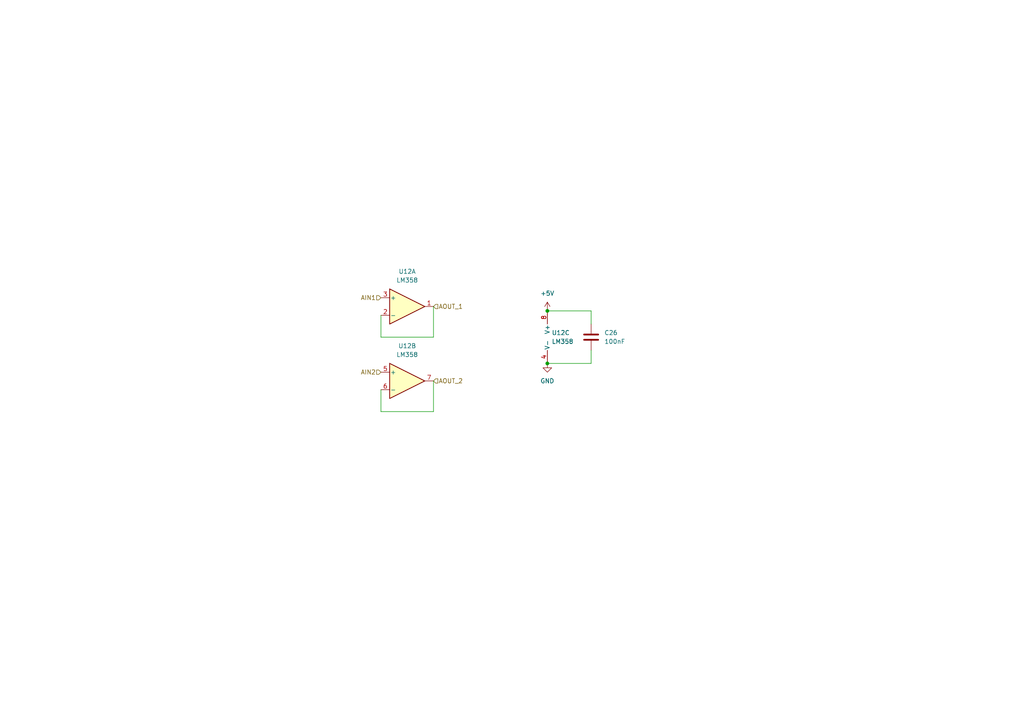
<source format=kicad_sch>
(kicad_sch (version 20250114) (generator "eeschema") (generator_version "9.0")
  (paper "A4")
  (lib_symbols
    (symbol "Amplifier_Operational:LM358" (pin_names (offset 0.127))
      (property "Reference" "U" (at 0 5.08 0))
      (property "Value" "LM358" (at 0 -5.08 0))
      (symbol "LM358_1_1"
        (polyline (pts (xy -5.08 5.08) (xy 5.08 0) (xy -5.08 -5.08) (xy -5.08 5.08)) (stroke (width 0.254)) (fill (type background)))
        (pin input line (at -7.62 2.54 0) (length 2.54) (name "+") (number "3"))
        (pin input line (at -7.62 -2.54 0) (length 2.54) (name "-") (number "2"))
        (pin output line (at 7.62 0 180) (length 2.54) (name "~") (number "1"))
      )
      (symbol "LM358_2_1"
        (polyline (pts (xy -5.08 5.08) (xy 5.08 0) (xy -5.08 -5.08) (xy -5.08 5.08)) (stroke (width 0.254)) (fill (type background)))
        (pin input line (at -7.62 2.54 0) (length 2.54) (name "+") (number "5"))
        (pin input line (at -7.62 -2.54 0) (length 2.54) (name "-") (number "6"))
        (pin output line (at 7.62 0 180) (length 2.54) (name "~") (number "7"))
      )
      (symbol "LM358_3_1"
        (pin power_in line (at -2.54 7.62 270) (length 3.81) (name "V+") (number "8"))
        (pin power_in line (at -2.54 -7.62 90) (length 3.81) (name "V-") (number "4"))
      )
    )
    (symbol "Device:C" (pin_numbers (hide yes)) (pin_names (offset 0.254))
      (property "Reference" "C" (at 0.635 2.54 0))
      (property "Value" "C" (at 0.635 -2.54 0))
      (symbol "C_0_1"
        (polyline (pts (xy -2.032 0.762) (xy 2.032 0.762)) (stroke (width 0.508)))
        (polyline (pts (xy -2.032 -0.762) (xy 2.032 -0.762)) (stroke (width 0.508)))
      )
      (symbol "C_1_1"
        (pin passive line (at 0 3.81 270) (length 2.794) (name "~") (number "1"))
        (pin passive line (at 0 -3.81 90) (length 2.794) (name "~") (number "2"))
      )
    )
    (symbol "power:+5V" (power) (pin_numbers (hide yes)) (pin_names (offset 0) (hide yes))
      (property "Value" "+5V" (at 0 3.556 0))
      (symbol "+5V_0_1"
        (polyline (pts (xy -0.762 1.27) (xy 0 2.54)))
        (polyline (pts (xy 0 2.54) (xy 0.762 1.27)))
        (polyline (pts (xy 0 0) (xy 0 2.54)))
      )
      (symbol "+5V_1_1"
        (pin power_in line (at 0 0 90) (length 0) (name "~") (number "1"))
      )
    )
    (symbol "power:GND" (power) (pin_numbers (hide yes)) (pin_names (offset 0) (hide yes))
      (property "Value" "GND" (at 0 -3.81 0))
      (symbol "GND_0_1"
        (polyline (pts (xy 0 0) (xy 0 -1.27) (xy 1.27 -1.27) (xy 0 -2.54) (xy -1.27 -1.27) (xy 0 -1.27)))
      )
      (symbol "GND_1_1"
        (pin power_in line (at 0 0 270) (length 0) (name "~") (number "1"))
      )
    )
  )
  (junction (at 158.75 90.17))
  (junction (at 158.75 105.41))
  (wire (pts (xy 171.45 93.98) (xy 171.45 90.17)))
  (wire (pts (xy 125.73 119.38) (xy 125.73 110.49)))
  (wire (pts (xy 110.49 91.44) (xy 110.49 97.79)))
  (wire (pts (xy 171.45 101.6) (xy 171.45 105.41)))
  (wire (pts (xy 110.49 97.79) (xy 125.73 97.79)))
  (wire (pts (xy 110.49 113.03) (xy 110.49 119.38)))
  (wire (pts (xy 110.49 119.38) (xy 125.73 119.38)))
  (wire (pts (xy 171.45 90.17) (xy 158.75 90.17)))
  (wire (pts (xy 171.45 105.41) (xy 158.75 105.41)))
  (wire (pts (xy 125.73 88.9) (xy 125.73 97.79)))
  (hierarchical_label "AIN2" (shape input) (at 110.49 107.95 180))
  (hierarchical_label "AOUT_2" (shape input) (at 125.73 110.49 0))
  (hierarchical_label "AIN1" (shape input) (at 110.49 86.36 180))
  (hierarchical_label "AOUT_1" (shape input) (at 125.73 88.9 0))
  (symbol (lib_id "Device:C") (at 171.45 97.79 0) (unit 1)
    (property "Reference" "C26" (at 175.26 96.5199 0) (effects (justify left)))
    (property "Value" "100nF" (at 175.26 99.0599 0) (effects (justify left)))
    (property "Description" "Unpolarized capacitor" (effects (hide yes)))
  )
  (symbol (lib_id "power:+5V") (at 158.75 90.17 0) (unit 1)
    (property "Reference" "#PWR023" (effects (hide yes)))
    (property "Value" "+5V" (at 158.75 85.09 0))
    (property "Description" "Power symbol creates a global label with name \"+5V\"" (effects (hide yes)))
  )
  (symbol (lib_id "Amplifier_Operational:LM358") (at 118.11 88.9 0) (unit 1)
    (property "Reference" "U12" (at 118.11 78.74 0))
    (property "Value" "LM358" (at 118.11 81.28 0))
    (property "Datasheet" "http://www.ti.com/lit/ds/symlink/lm2904-n.pdf" (effects (hide yes)))
    (property "Description" "Low-Power, Dual Operational Amplifiers, DIP-8/SOIC-8/TO-99-8" (effects (hide yes)))
  )
  (symbol (lib_id "Amplifier_Operational:LM358") (at 161.29 97.79 0) (unit 3)
    (property "Reference" "U12" (at 160.02 96.5199 0) (effects (justify left)))
    (property "Value" "LM358" (at 160.02 99.0599 0) (effects (justify left)))
    (property "Datasheet" "http://www.ti.com/lit/ds/symlink/lm2904-n.pdf" (effects (hide yes)))
    (property "Description" "Low-Power, Dual Operational Amplifiers, DIP-8/SOIC-8/TO-99-8" (effects (hide yes)))
  )
  (symbol (lib_id "power:GND") (at 158.75 105.41 0) (unit 1)
    (property "Reference" "#PWR024" (effects (hide yes)))
    (property "Value" "GND" (at 158.75 110.49 0))
    (property "Description" "Power symbol creates a global label with name \"GND\" , ground" (effects (hide yes)))
  )
  (symbol (lib_id "Amplifier_Operational:LM358") (at 118.11 110.49 0) (unit 2)
    (property "Reference" "U12" (at 118.11 100.33 0))
    (property "Value" "LM358" (at 118.11 102.87 0))
    (property "Datasheet" "http://www.ti.com/lit/ds/symlink/lm2904-n.pdf" (effects (hide yes)))
    (property "Description" "Low-Power, Dual Operational Amplifiers, DIP-8/SOIC-8/TO-99-8" (effects (hide yes)))
  )
)
</source>
